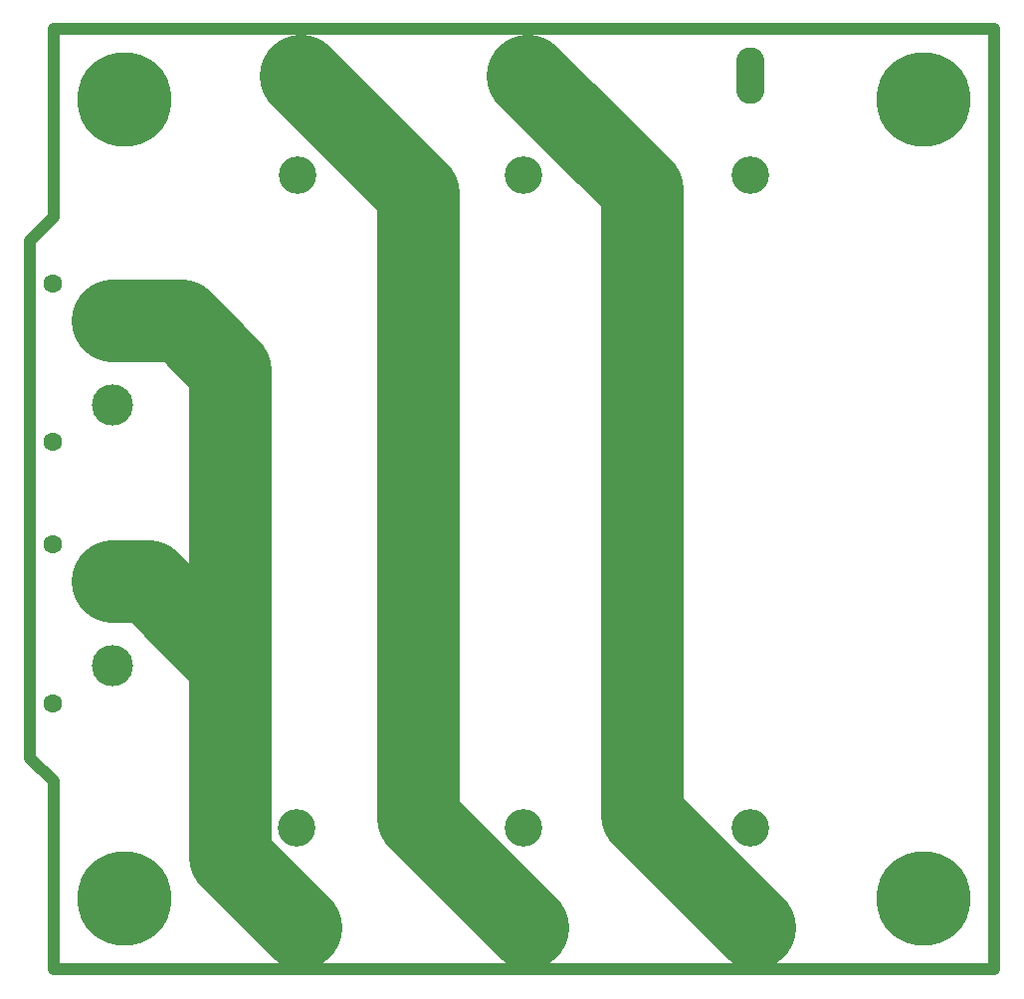
<source format=gtl>
G04*
G04 #@! TF.GenerationSoftware,Altium Limited,Altium Designer,20.0.10 (225)*
G04*
G04 Layer_Physical_Order=1*
G04 Layer_Color=255*
%FSLAX25Y25*%
%MOIN*%
G70*
G01*
G75*
%ADD11C,0.03937*%
%ADD17C,0.27559*%
%ADD18C,0.13780*%
%ADD19O,0.09449X0.18898*%
%ADD20C,0.12598*%
%ADD21C,0.06299*%
%ADD22C,0.31496*%
D11*
X55118D02*
X370079D01*
X55118D02*
Y62992D01*
X47244Y70866D02*
X55118Y62992D01*
X47244Y70866D02*
Y244094D01*
X55118Y251969D01*
Y314961D01*
X370079D01*
Y0D02*
Y314961D01*
D17*
X114173Y200787D02*
X114173Y102362D01*
Y37623D02*
Y102362D01*
X74803Y129921D02*
X86614D01*
X114173Y102362D01*
Y37623D02*
X137800Y13996D01*
X74803Y217323D02*
X97638D01*
X114173Y200787D01*
X177165Y50620D02*
Y260062D01*
X137797Y299430D02*
X177165Y260062D01*
Y50620D02*
X213789Y13996D01*
X213786Y299430D02*
X251969Y261247D01*
X251969Y51803D01*
X289778Y13993D01*
D18*
X74803Y129921D02*
D03*
Y101575D02*
D03*
Y188976D02*
D03*
Y217323D02*
D03*
D19*
X288582Y13993D02*
D03*
X136604Y13996D02*
D03*
X212593Y13996D02*
D03*
X136601Y299430D02*
D03*
X212590Y299430D02*
D03*
X288579Y299427D02*
D03*
D20*
X136599Y47244D02*
D03*
X212583Y47247D02*
D03*
X288569Y47244D02*
D03*
X136608Y266181D02*
D03*
X212591Y266184D02*
D03*
X288578Y266181D02*
D03*
D21*
X54803Y142323D02*
D03*
Y89173D02*
D03*
Y176575D02*
D03*
Y229724D02*
D03*
D22*
X346457Y291339D02*
D03*
X78740Y23622D02*
D03*
X346457D02*
D03*
X78740Y291339D02*
D03*
M02*

</source>
